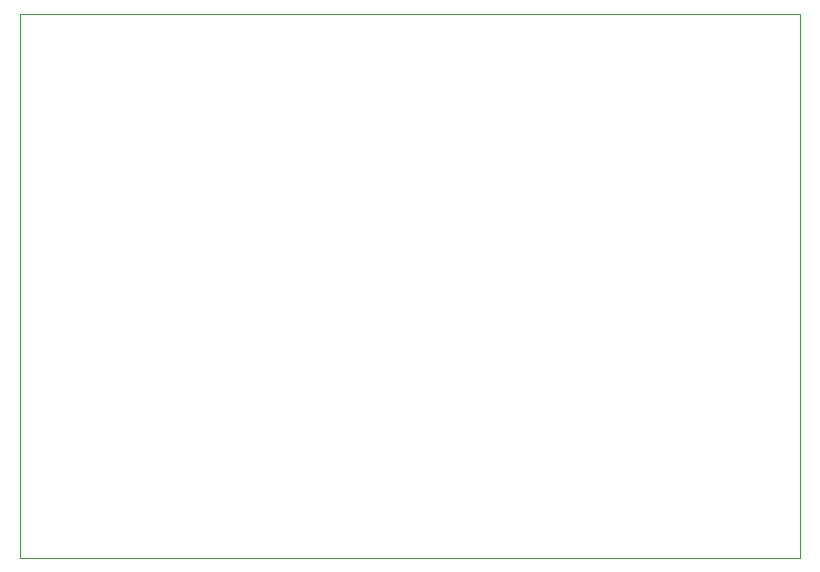
<source format=gbr>
%TF.GenerationSoftware,KiCad,Pcbnew,7.0.1*%
%TF.CreationDate,2023-05-29T21:51:14-06:00*%
%TF.ProjectId,Over_Voltage_Latch,4f766572-5f56-46f6-9c74-6167655f4c61,1*%
%TF.SameCoordinates,Original*%
%TF.FileFunction,Profile,NP*%
%FSLAX46Y46*%
G04 Gerber Fmt 4.6, Leading zero omitted, Abs format (unit mm)*
G04 Created by KiCad (PCBNEW 7.0.1) date 2023-05-29 21:51:14*
%MOMM*%
%LPD*%
G01*
G04 APERTURE LIST*
%TA.AperFunction,Profile*%
%ADD10C,0.100000*%
%TD*%
G04 APERTURE END LIST*
D10*
X109200000Y-79000000D02*
X175200000Y-79000000D01*
X175200000Y-125000000D01*
X109200000Y-125000000D01*
X109200000Y-79000000D01*
M02*

</source>
